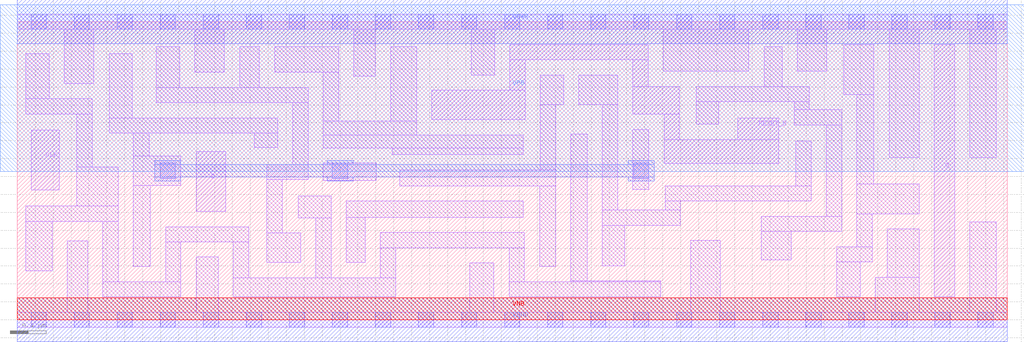
<source format=lef>
# Copyright 2020 The SkyWater PDK Authors
#
# Licensed under the Apache License, Version 2.0 (the "License");
# you may not use this file except in compliance with the License.
# You may obtain a copy of the License at
#
#     https://www.apache.org/licenses/LICENSE-2.0
#
# Unless required by applicable law or agreed to in writing, software
# distributed under the License is distributed on an "AS IS" BASIS,
# WITHOUT WARRANTIES OR CONDITIONS OF ANY KIND, either express or implied.
# See the License for the specific language governing permissions and
# limitations under the License.
#
# SPDX-License-Identifier: Apache-2.0

VERSION 5.7 ;
  NOWIREEXTENSIONATPIN ON ;
  DIVIDERCHAR "/" ;
  BUSBITCHARS "[]" ;
MACRO sky130_fd_sc_lp__dfrtp_2
  CLASS CORE ;
  FOREIGN sky130_fd_sc_lp__dfrtp_2 ;
  ORIGIN  0.000000  0.000000 ;
  SIZE  11.04000 BY  3.330000 ;
  SYMMETRY X Y R90 ;
  SITE unit ;
  PIN D
    ANTENNAGATEAREA  0.126000 ;
    DIRECTION INPUT ;
    USE SIGNAL ;
    PORT
      LAYER li1 ;
        RECT 1.995000 1.210000 2.325000 1.880000 ;
    END
  END D
  PIN Q
    ANTENNADIFFAREA  0.588000 ;
    DIRECTION OUTPUT ;
    USE SIGNAL ;
    PORT
      LAYER li1 ;
        RECT 10.230000 0.255000 10.455000 3.075000 ;
    END
  END Q
  PIN RESET_B
    ANTENNAGATEAREA  0.378000 ;
    DIRECTION INPUT ;
    USE SIGNAL ;
    PORT
      LAYER li1 ;
        RECT 4.625000 2.235000 5.665000 2.565000 ;
        RECT 5.495000 2.565000 5.665000 2.905000 ;
        RECT 5.495000 2.905000 7.035000 3.075000 ;
        RECT 6.865000 2.295000 7.385000 2.605000 ;
        RECT 6.865000 2.605000 7.035000 2.905000 ;
        RECT 7.215000 1.745000 8.495000 2.015000 ;
        RECT 7.215000 2.015000 7.385000 2.295000 ;
        RECT 8.035000 2.015000 8.495000 2.255000 ;
    END
  END RESET_B
  PIN CLK
    ANTENNAGATEAREA  0.159000 ;
    DIRECTION INPUT ;
    USE CLOCK ;
    PORT
      LAYER li1 ;
        RECT 0.155000 1.450000 0.470000 2.120000 ;
    END
  END CLK
  PIN VGND
    DIRECTION INOUT ;
    USE GROUND ;
    PORT
      LAYER met1 ;
        RECT 0.000000 -0.245000 11.040000 0.245000 ;
    END
  END VGND
  PIN VNB
    DIRECTION INOUT ;
    USE GROUND ;
    PORT
      LAYER pwell ;
        RECT 0.000000 0.000000 11.040000 0.245000 ;
    END
  END VNB
  PIN VPB
    DIRECTION INOUT ;
    USE POWER ;
    PORT
      LAYER nwell ;
        RECT -0.190000 1.655000 11.230000 3.520000 ;
    END
  END VPB
  PIN VPWR
    DIRECTION INOUT ;
    USE POWER ;
    PORT
      LAYER met1 ;
        RECT 0.000000 3.085000 11.040000 3.575000 ;
    END
  END VPWR
  OBS
    LAYER li1 ;
      RECT  0.000000 -0.085000 11.040000 0.085000 ;
      RECT  0.000000  3.245000 11.040000 3.415000 ;
      RECT  0.095000  0.545000  0.390000 1.100000 ;
      RECT  0.095000  1.100000  1.125000 1.270000 ;
      RECT  0.095000  2.300000  0.835000 2.470000 ;
      RECT  0.095000  2.470000  0.355000 2.970000 ;
      RECT  0.525000  2.640000  0.855000 3.245000 ;
      RECT  0.560000  0.085000  0.785000 0.880000 ;
      RECT  0.665000  1.270000  1.125000 1.705000 ;
      RECT  0.665000  1.705000  0.835000 2.300000 ;
      RECT  0.955000  0.255000  1.825000 0.425000 ;
      RECT  0.955000  0.425000  1.125000 1.100000 ;
      RECT  1.025000  2.085000  2.905000 2.255000 ;
      RECT  1.025000  2.255000  1.285000 2.970000 ;
      RECT  1.295000  0.595000  1.485000 1.500000 ;
      RECT  1.295000  1.500000  1.825000 1.830000 ;
      RECT  1.295000  1.830000  1.475000 2.085000 ;
      RECT  1.550000  2.425000  3.245000 2.595000 ;
      RECT  1.550000  2.595000  1.810000 3.050000 ;
      RECT  1.655000  0.425000  1.825000 0.870000 ;
      RECT  1.655000  0.870000  2.580000 1.040000 ;
      RECT  1.980000  2.765000  2.310000 3.245000 ;
      RECT  1.995000  0.085000  2.240000 0.700000 ;
      RECT  2.410000  0.255000  4.220000 0.470000 ;
      RECT  2.410000  0.470000  2.580000 0.870000 ;
      RECT  2.480000  2.595000  2.700000 3.050000 ;
      RECT  2.645000  1.925000  2.905000 2.085000 ;
      RECT  2.785000  0.640000  3.160000 0.970000 ;
      RECT  2.785000  0.970000  2.955000 1.565000 ;
      RECT  2.785000  1.565000  3.245000 1.735000 ;
      RECT  2.870000  2.765000  3.585000 3.050000 ;
      RECT  3.075000  1.735000  3.245000 2.425000 ;
      RECT  3.135000  1.140000  3.500000 1.385000 ;
      RECT  3.330000  0.470000  3.500000 1.140000 ;
      RECT  3.415000  1.555000  4.005000 1.750000 ;
      RECT  3.415000  1.920000  5.645000 2.065000 ;
      RECT  3.415000  2.065000  4.455000 2.220000 ;
      RECT  3.415000  2.220000  3.585000 2.765000 ;
      RECT  3.670000  0.640000  3.880000 1.145000 ;
      RECT  3.670000  1.145000  5.645000 1.325000 ;
      RECT  3.755000  2.720000  3.995000 3.245000 ;
      RECT  4.050000  0.470000  4.220000 0.805000 ;
      RECT  4.050000  0.805000  5.655000 0.975000 ;
      RECT  4.165000  2.220000  4.455000 3.050000 ;
      RECT  4.185000  1.845000  5.645000 1.920000 ;
      RECT  4.265000  1.495000  6.005000 1.675000 ;
      RECT  5.045000  0.085000  5.315000 0.635000 ;
      RECT  5.065000  2.735000  5.325000 3.245000 ;
      RECT  5.485000  0.255000  7.175000 0.425000 ;
      RECT  5.485000  0.425000  5.655000 0.805000 ;
      RECT  5.825000  0.595000  6.005000 1.495000 ;
      RECT  5.835000  1.675000  6.005000 2.405000 ;
      RECT  5.835000  2.405000  6.095000 2.735000 ;
      RECT  6.175000  0.425000  7.175000 0.435000 ;
      RECT  6.175000  0.435000  6.355000 2.075000 ;
      RECT  6.265000  2.405000  6.695000 2.735000 ;
      RECT  6.525000  0.605000  6.775000 1.055000 ;
      RECT  6.525000  1.055000  7.395000 1.225000 ;
      RECT  6.525000  1.225000  6.695000 2.405000 ;
      RECT  6.865000  1.455000  7.045000 2.125000 ;
      RECT  7.205000  2.775000  8.160000 3.245000 ;
      RECT  7.225000  1.225000  7.395000 1.325000 ;
      RECT  7.225000  1.325000  8.855000 1.495000 ;
      RECT  7.510000  0.085000  7.840000 0.885000 ;
      RECT  7.575000  2.185000  7.825000 2.435000 ;
      RECT  7.575000  2.435000  8.835000 2.605000 ;
      RECT  8.300000  0.670000  8.630000 0.985000 ;
      RECT  8.300000  0.985000  9.195000 1.155000 ;
      RECT  8.330000  2.605000  8.530000 3.050000 ;
      RECT  8.665000  2.175000  9.195000 2.345000 ;
      RECT  8.665000  2.345000  8.835000 2.435000 ;
      RECT  8.685000  1.495000  8.855000 1.995000 ;
      RECT  8.700000  2.775000  9.030000 3.245000 ;
      RECT  9.025000  1.155000  9.195000 2.175000 ;
      RECT  9.140000  0.255000  9.400000 0.645000 ;
      RECT  9.140000  0.645000  9.535000 0.815000 ;
      RECT  9.220000  2.515000  9.555000 3.075000 ;
      RECT  9.365000  0.815000  9.535000 1.185000 ;
      RECT  9.365000  1.185000 10.060000 1.515000 ;
      RECT  9.365000  1.515000  9.555000 2.515000 ;
      RECT  9.570000  0.085000 10.060000 0.475000 ;
      RECT  9.705000  0.475000 10.060000 1.015000 ;
      RECT  9.725000  1.815000 10.060000 3.245000 ;
      RECT 10.625000  0.085000 10.920000 1.095000 ;
      RECT 10.625000  1.815000 10.920000 3.245000 ;
    LAYER mcon ;
      RECT  0.155000 -0.085000  0.325000 0.085000 ;
      RECT  0.155000  3.245000  0.325000 3.415000 ;
      RECT  0.635000 -0.085000  0.805000 0.085000 ;
      RECT  0.635000  3.245000  0.805000 3.415000 ;
      RECT  1.115000 -0.085000  1.285000 0.085000 ;
      RECT  1.115000  3.245000  1.285000 3.415000 ;
      RECT  1.595000 -0.085000  1.765000 0.085000 ;
      RECT  1.595000  1.580000  1.765000 1.750000 ;
      RECT  1.595000  3.245000  1.765000 3.415000 ;
      RECT  2.075000 -0.085000  2.245000 0.085000 ;
      RECT  2.075000  3.245000  2.245000 3.415000 ;
      RECT  2.555000 -0.085000  2.725000 0.085000 ;
      RECT  2.555000  3.245000  2.725000 3.415000 ;
      RECT  3.035000 -0.085000  3.205000 0.085000 ;
      RECT  3.035000  3.245000  3.205000 3.415000 ;
      RECT  3.515000 -0.085000  3.685000 0.085000 ;
      RECT  3.515000  1.580000  3.685000 1.750000 ;
      RECT  3.515000  3.245000  3.685000 3.415000 ;
      RECT  3.995000 -0.085000  4.165000 0.085000 ;
      RECT  3.995000  3.245000  4.165000 3.415000 ;
      RECT  4.475000 -0.085000  4.645000 0.085000 ;
      RECT  4.475000  3.245000  4.645000 3.415000 ;
      RECT  4.955000 -0.085000  5.125000 0.085000 ;
      RECT  4.955000  3.245000  5.125000 3.415000 ;
      RECT  5.435000 -0.085000  5.605000 0.085000 ;
      RECT  5.435000  3.245000  5.605000 3.415000 ;
      RECT  5.915000 -0.085000  6.085000 0.085000 ;
      RECT  5.915000  3.245000  6.085000 3.415000 ;
      RECT  6.395000 -0.085000  6.565000 0.085000 ;
      RECT  6.395000  3.245000  6.565000 3.415000 ;
      RECT  6.875000 -0.085000  7.045000 0.085000 ;
      RECT  6.875000  1.580000  7.045000 1.750000 ;
      RECT  6.875000  3.245000  7.045000 3.415000 ;
      RECT  7.355000 -0.085000  7.525000 0.085000 ;
      RECT  7.355000  3.245000  7.525000 3.415000 ;
      RECT  7.835000 -0.085000  8.005000 0.085000 ;
      RECT  7.835000  3.245000  8.005000 3.415000 ;
      RECT  8.315000 -0.085000  8.485000 0.085000 ;
      RECT  8.315000  3.245000  8.485000 3.415000 ;
      RECT  8.795000 -0.085000  8.965000 0.085000 ;
      RECT  8.795000  3.245000  8.965000 3.415000 ;
      RECT  9.275000 -0.085000  9.445000 0.085000 ;
      RECT  9.275000  3.245000  9.445000 3.415000 ;
      RECT  9.755000 -0.085000  9.925000 0.085000 ;
      RECT  9.755000  3.245000  9.925000 3.415000 ;
      RECT 10.235000 -0.085000 10.405000 0.085000 ;
      RECT 10.235000  3.245000 10.405000 3.415000 ;
      RECT 10.715000 -0.085000 10.885000 0.085000 ;
      RECT 10.715000  3.245000 10.885000 3.415000 ;
    LAYER met1 ;
      RECT 1.535000 1.550000 1.825000 1.595000 ;
      RECT 1.535000 1.595000 7.105000 1.735000 ;
      RECT 1.535000 1.735000 1.825000 1.780000 ;
      RECT 3.455000 1.550000 3.745000 1.595000 ;
      RECT 3.455000 1.735000 3.745000 1.780000 ;
      RECT 6.815000 1.550000 7.105000 1.595000 ;
      RECT 6.815000 1.735000 7.105000 1.780000 ;
  END
END sky130_fd_sc_lp__dfrtp_2
END LIBRARY

</source>
